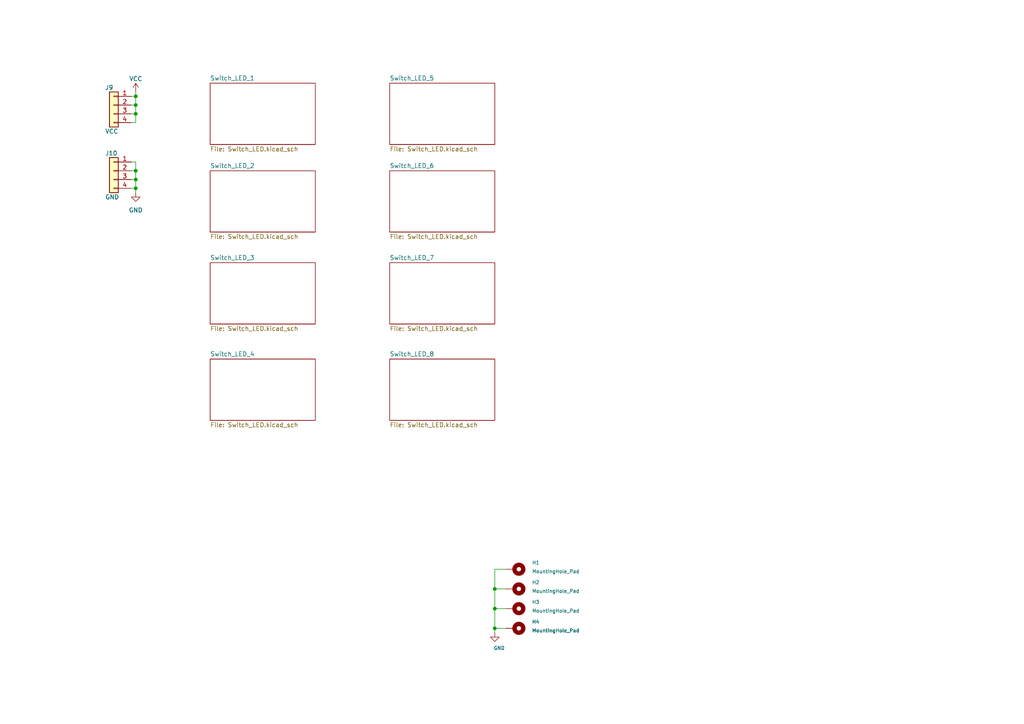
<source format=kicad_sch>
(kicad_sch (version 20231120) (generator "eeschema") (generator_version "8.0")
  (paper "A4")
  (lib_symbols
    (symbol "Connector_Generic:Conn_01x04" (pin_names (offset 1.016) hide)
      (property "Reference" "J" (at 0 5.08 0))
      (property "Value" "Conn_01x04" (at 0 -7.62 0))
      (symbol "Conn_01x04_1_1"
        (rectangle (start -1.27 -4.953) (end 0 -5.207) (stroke (width 0.1524)))
        (rectangle (start -1.27 -2.413) (end 0 -2.667) (stroke (width 0.1524)))
        (rectangle (start -1.27 0.127) (end 0 -0.127) (stroke (width 0.1524)))
        (rectangle (start -1.27 2.667) (end 0 2.413) (stroke (width 0.1524)))
        (rectangle (start -1.27 3.81) (end 1.27 -6.35) (stroke (width 0.254)) (fill (type background)))
        (pin passive line (at -5.08 2.54 0) (length 3.81) (name "Pin_1") (number "1"))
        (pin passive line (at -5.08 0 0) (length 3.81) (name "Pin_2") (number "2"))
        (pin passive line (at -5.08 -2.54 0) (length 3.81) (name "Pin_3") (number "3"))
        (pin passive line (at -5.08 -5.08 0) (length 3.81) (name "Pin_4") (number "4"))
      )
    )
    (symbol "Mechanical:MountingHole_Pad" (pin_numbers hide) (pin_names (offset 1.016) hide)
      (property "Reference" "H" (at 0 6.35 0))
      (property "Value" "MountingHole_Pad" (at 0 4.445 0))
      (symbol "MountingHole_Pad_0_1"
        (circle (center 0 1.27) (radius 1.27) (stroke (width 1.27)))
      )
      (symbol "MountingHole_Pad_1_1"
        (pin input line (at 0 -2.54 90) (length 2.54) (name "1") (number "1"))
      )
    )
    (symbol "power:GND" (power) (pin_names (offset 0))
      (property "Value" "GND" (at 0 -3.81 0))
      (symbol "GND_0_1"
        (polyline (pts (xy 0 0) (xy 0 -1.27) (xy 1.27 -1.27) (xy 0 -2.54) (xy -1.27 -1.27) (xy 0 -1.27)))
      )
      (symbol "GND_1_1"
        (pin power_in line (at 0 0 270) (length 0) hide (name "GND") (number "1"))
      )
    )
    (symbol "power:VCC" (power) (pin_names (offset 0))
      (property "Value" "VCC" (at 0 3.81 0))
      (symbol "VCC_0_1"
        (polyline (pts (xy -0.762 1.27) (xy 0 2.54)))
        (polyline (pts (xy 0 0) (xy 0 2.54)))
        (polyline (pts (xy 0 2.54) (xy 0.762 1.27)))
      )
      (symbol "VCC_1_1"
        (pin power_in line (at 0 0 90) (length 0) hide (name "VCC") (number "1"))
      )
    )
  )
  (junction (at 143.51 182.245) (diameter 0.9144))
  (junction (at 39.37 33.02))
  (junction (at 39.37 49.53))
  (junction (at 143.51 170.815) (diameter 0.9144))
  (junction (at 39.37 52.07))
  (junction (at 143.51 176.53) (diameter 0.9144))
  (junction (at 39.37 27.94))
  (junction (at 39.37 30.48))
  (junction (at 39.37 54.61))
  (wire (pts (xy 146.685 165.1) (xy 143.51 165.1)))
  (wire (pts (xy 38.1 54.61) (xy 39.37 54.61)))
  (wire (pts (xy 143.51 170.815) (xy 143.51 176.53)))
  (wire (pts (xy 146.685 170.815) (xy 143.51 170.815)))
  (wire (pts (xy 39.37 46.99) (xy 39.37 49.53)))
  (wire (pts (xy 143.51 182.245) (xy 143.51 183.515)))
  (wire (pts (xy 146.685 182.245) (xy 143.51 182.245)))
  (wire (pts (xy 39.37 33.02) (xy 39.37 35.56)))
  (wire (pts (xy 39.37 27.94) (xy 39.37 30.48)))
  (wire (pts (xy 38.1 35.56) (xy 39.37 35.56)))
  (wire (pts (xy 146.685 176.53) (xy 143.51 176.53)))
  (wire (pts (xy 143.51 165.1) (xy 143.51 170.815)))
  (wire (pts (xy 39.37 30.48) (xy 39.37 33.02)))
  (wire (pts (xy 38.1 33.02) (xy 39.37 33.02)))
  (wire (pts (xy 38.1 30.48) (xy 39.37 30.48)))
  (wire (pts (xy 39.37 26.67) (xy 39.37 27.94)))
  (wire (pts (xy 38.1 49.53) (xy 39.37 49.53)))
  (wire (pts (xy 39.37 52.07) (xy 39.37 54.61)))
  (wire (pts (xy 38.1 27.94) (xy 39.37 27.94)))
  (wire (pts (xy 39.37 49.53) (xy 39.37 52.07)))
  (wire (pts (xy 38.1 52.07) (xy 39.37 52.07)))
  (wire (pts (xy 38.1 46.99) (xy 39.37 46.99)))
  (wire (pts (xy 39.37 54.61) (xy 39.37 55.88)))
  (wire (pts (xy 143.51 176.53) (xy 143.51 182.245)))
  (symbol (lib_id "Mechanical:MountingHole_Pad") (at 149.225 165.1 270) (unit 1) (in_bom no)
    (property "Reference" "H1" (at 154.305 163.195 90) (effects (font (size 1 1)) (justify left)))
    (property "Value" "MountingHole_Pad" (at 154.305 165.735 90) (effects (font (size 1 1)) (justify left)))
    (property "Footprint" "MountingHole:MountingHole_3.2mm_M3_Pad_Via" (effects (hide yes)))
  )
  (symbol (lib_id "power:GND") (at 143.51 183.515 0) (unit 1)
    (property "Reference" "#PWR061" (effects (hide yes)))
    (property "Value" "GND" (at 144.78 187.96 0) (effects (font (size 1 1))))
  )
  (symbol (lib_id "Mechanical:MountingHole_Pad") (at 149.225 170.815 270) (unit 1) (in_bom no)
    (property "Reference" "H2" (at 154.305 168.91 90) (effects (font (size 1 1)) (justify left)))
    (property "Value" "MountingHole_Pad" (at 154.305 171.45 90) (effects (font (size 1 1)) (justify left)))
    (property "Footprint" "MountingHole:MountingHole_3.2mm_M3_Pad_Via" (effects (hide yes)))
  )
  (symbol (lib_id "power:GND") (at 39.37 55.88 0) (unit 1)
    (property "Reference" "#PWR0142" (effects (hide yes)))
    (property "Value" "GND" (at 39.37 60.96 0))
  )
  (symbol (lib_id "power:VCC") (at 39.37 26.67 0) (unit 1)
    (property "Reference" "#PWR0141" (effects (hide yes)))
    (property "Value" "VCC" (at 39.37 22.86 0))
  )
  (symbol (lib_id "Mechanical:MountingHole_Pad") (at 149.225 176.53 270) (unit 1) (in_bom no)
    (property "Reference" "H3" (at 154.305 174.625 90) (effects (font (size 1 1)) (justify left)))
    (property "Value" "MountingHole_Pad" (at 154.305 177.165 90) (effects (font (size 1 1)) (justify left)))
    (property "Footprint" "MountingHole:MountingHole_3.2mm_M3_Pad_Via" (effects (hide yes)))
  )
  (symbol (lib_id "Mechanical:MountingHole_Pad") (at 149.225 182.245 270) (unit 1) (in_bom no)
    (property "Reference" "H4" (at 154.305 180.34 90) (effects (font (size 1 1)) (justify left)))
    (property "Value" "MountingHole_Pad" (at 154.305 182.88 90) (effects (font (size 1 1)) (justify left)))
    (property "Footprint" "MountingHole:MountingHole_3.2mm_M3_Pad_Via" (effects (hide yes)))
  )
  (symbol (lib_id "Connector_Generic:Conn_01x04") (at 33.02 30.48 0) (mirror y) (unit 1)
    (property "Reference" "J9" (at 30.48 25.4 0) (effects (justify right)))
    (property "Value" "VCC" (at 30.48 38.1 0) (effects (justify right)))
    (property "Footprint" "Connector_PinHeader_2.54mm:PinHeader_2x02_P2.54mm_Vertical" (effects (hide yes)))
  )
  (symbol (lib_id "Connector_Generic:Conn_01x04") (at 33.02 49.53 0) (mirror y) (unit 1)
    (property "Reference" "J10" (at 30.48 44.45 0) (effects (justify right)))
    (property "Value" "GND" (at 30.48 57.15 0) (effects (justify right)))
    (property "Footprint" "Connector_PinHeader_2.54mm:PinHeader_2x02_P2.54mm_Vertical" (effects (hide yes)))
  )
  (sheet (at 113.03 24.13) (size 30.48 17.78) (stroke (width 0.1524))
    (property "Sheetname" "Switch_LED_5" (at 113.03 23.4184 0) (effects (justify left bottom)))
    (property "Sheetfile" "Switch_LED.kicad_sch" (at 113.03 42.4946 0) (effects (justify left top)))
  )
  (sheet (at 60.96 104.14) (size 30.48 17.78) (stroke (width 0.1524))
    (property "Sheetname" "Switch_LED_4" (at 60.96 103.4284 0) (effects (justify left bottom)))
    (property "Sheetfile" "Switch_LED.kicad_sch" (at 60.96 122.5046 0) (effects (justify left top)))
  )
  (sheet (at 113.03 104.14) (size 30.48 17.78) (stroke (width 0.1524))
    (property "Sheetname" "Switch_LED_8" (at 113.03 103.4284 0) (effects (justify left bottom)))
    (property "Sheetfile" "Switch_LED.kicad_sch" (at 113.03 122.5046 0) (effects (justify left top)))
  )
  (sheet (at 60.96 24.13) (size 30.48 17.78) (stroke (width 0.1524))
    (property "Sheetname" "Switch_LED_1" (at 60.96 23.4184 0) (effects (justify left bottom)))
    (property "Sheetfile" "Switch_LED.kicad_sch" (at 60.96 42.4946 0) (effects (justify left top)))
  )
  (sheet (at 60.96 49.53) (size 30.48 17.78) (stroke (width 0.1524))
    (property "Sheetname" "Switch_LED_2" (at 60.96 48.8184 0) (effects (justify left bottom)))
    (property "Sheetfile" "Switch_LED.kicad_sch" (at 60.96 67.8946 0) (effects (justify left top)))
  )
  (sheet (at 113.03 49.53) (size 30.48 17.78) (stroke (width 0.1524))
    (property "Sheetname" "Switch_LED_6" (at 113.03 48.8184 0) (effects (justify left bottom)))
    (property "Sheetfile" "Switch_LED.kicad_sch" (at 113.03 67.8946 0) (effects (justify left top)))
  )
  (sheet (at 60.96 76.2) (size 30.48 17.78) (stroke (width 0.1524))
    (property "Sheetname" "Switch_LED_3" (at 60.96 75.4884 0) (effects (justify left bottom)))
    (property "Sheetfile" "Switch_LED.kicad_sch" (at 60.96 94.5646 0) (effects (justify left top)))
  )
  (sheet (at 113.03 76.2) (size 30.48 17.78) (stroke (width 0.1524))
    (property "Sheetname" "Switch_LED_7" (at 113.03 75.4884 0) (effects (justify left bottom)))
    (property "Sheetfile" "Switch_LED.kicad_sch" (at 113.03 94.5646 0) (effects (justify left top)))
  )
)
</source>
